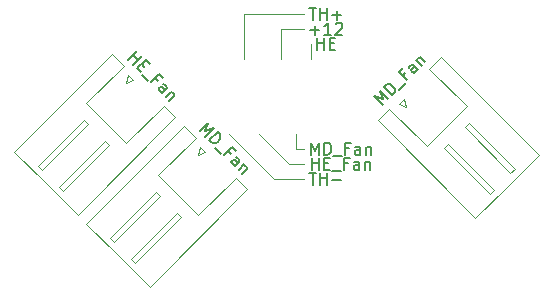
<source format=gbr>
G04 #@! TF.GenerationSoftware,KiCad,Pcbnew,(5.1.6)-1*
G04 #@! TF.CreationDate,2020-11-03T23:41:07+03:00*
G04 #@! TF.ProjectId,UlTi_head_connector,556c5469-5f68-4656-9164-5f636f6e6e65,rev?*
G04 #@! TF.SameCoordinates,Original*
G04 #@! TF.FileFunction,Legend,Top*
G04 #@! TF.FilePolarity,Positive*
%FSLAX46Y46*%
G04 Gerber Fmt 4.6, Leading zero omitted, Abs format (unit mm)*
G04 Created by KiCad (PCBNEW (5.1.6)-1) date 2020-11-03 23:41:07*
%MOMM*%
%LPD*%
G01*
G04 APERTURE LIST*
%ADD10C,0.120000*%
%ADD11C,0.150000*%
G04 APERTURE END LIST*
D10*
X123190000Y-63500000D02*
X123190000Y-64770000D01*
X117475000Y-60960000D02*
X117475000Y-64770000D01*
X122555000Y-60960000D02*
X117475000Y-60960000D01*
X120650000Y-62230000D02*
X120650000Y-64770000D01*
X122555000Y-62230000D02*
X120650000Y-62230000D01*
X120015000Y-74930000D02*
X122555000Y-74930000D01*
X116205000Y-71120000D02*
X120015000Y-74930000D01*
X121285000Y-73660000D02*
X118745000Y-71120000D01*
X122555000Y-73660000D02*
X121285000Y-73660000D01*
X121920000Y-72390000D02*
X121920000Y-71120000D01*
X122555000Y-72390000D02*
X121920000Y-72390000D01*
X114219056Y-72641208D02*
X113582660Y-72853340D01*
X113794792Y-72216944D02*
X114219056Y-72641208D01*
X113582660Y-72853340D02*
X113794792Y-72216944D01*
X112203802Y-78121285D02*
X111850249Y-77767732D01*
X108314715Y-82010373D02*
X112203802Y-78121285D01*
X107961161Y-81656819D02*
X108314715Y-82010373D01*
X111850249Y-77767732D02*
X107961161Y-81656819D01*
X110436035Y-76353518D02*
X110082482Y-75999965D01*
X106546948Y-80242606D02*
X110436035Y-76353518D01*
X106193394Y-79889052D02*
X106546948Y-80242606D01*
X110082482Y-75999965D02*
X106193394Y-79889052D01*
X113618016Y-77965722D02*
X111928030Y-76275737D01*
X116799996Y-74783741D02*
X113618016Y-77965722D01*
X117804088Y-75787833D02*
X116799996Y-74783741D01*
X109516796Y-84075124D02*
X117804088Y-75787833D01*
X106822719Y-81381048D02*
X109516796Y-84075124D01*
X110238045Y-74585751D02*
X111928030Y-76275737D01*
X113420026Y-71403771D02*
X110238045Y-74585751D01*
X112415934Y-70399679D02*
X113420026Y-71403771D01*
X104128643Y-78686971D02*
X112415934Y-70399679D01*
X106822719Y-81381048D02*
X104128643Y-78686971D01*
X131061208Y-68152944D02*
X131273340Y-68789340D01*
X130636944Y-68577208D02*
X131061208Y-68152944D01*
X131273340Y-68789340D02*
X130636944Y-68577208D01*
X136541285Y-70168198D02*
X136187732Y-70521751D01*
X140430373Y-74057285D02*
X136541285Y-70168198D01*
X140076819Y-74410839D02*
X140430373Y-74057285D01*
X136187732Y-70521751D02*
X140076819Y-74410839D01*
X134773518Y-71935965D02*
X134419965Y-72289518D01*
X138662606Y-75825052D02*
X134773518Y-71935965D01*
X138309052Y-76178606D02*
X138662606Y-75825052D01*
X134419965Y-72289518D02*
X138309052Y-76178606D01*
X136385722Y-68753984D02*
X134695737Y-70443970D01*
X133203741Y-65572004D02*
X136385722Y-68753984D01*
X134207833Y-64567912D02*
X133203741Y-65572004D01*
X142495124Y-72855204D02*
X134207833Y-64567912D01*
X139801048Y-75549281D02*
X142495124Y-72855204D01*
X133005751Y-72133955D02*
X134695737Y-70443970D01*
X129823771Y-68951974D02*
X133005751Y-72133955D01*
X128819679Y-69956066D02*
X129823771Y-68951974D01*
X137106971Y-78243357D02*
X128819679Y-69956066D01*
X139801048Y-75549281D02*
X137106971Y-78243357D01*
X108123056Y-66545208D02*
X107486660Y-66757340D01*
X107698792Y-66120944D02*
X108123056Y-66545208D01*
X107486660Y-66757340D02*
X107698792Y-66120944D01*
X106107802Y-72025285D02*
X105754249Y-71671732D01*
X102218715Y-75914373D02*
X106107802Y-72025285D01*
X101865161Y-75560819D02*
X102218715Y-75914373D01*
X105754249Y-71671732D02*
X101865161Y-75560819D01*
X104340035Y-70257518D02*
X103986482Y-69903965D01*
X100450948Y-74146606D02*
X104340035Y-70257518D01*
X100097394Y-73793052D02*
X100450948Y-74146606D01*
X103986482Y-69903965D02*
X100097394Y-73793052D01*
X107522016Y-71869722D02*
X105832030Y-70179737D01*
X110703996Y-68687741D02*
X107522016Y-71869722D01*
X111708088Y-69691833D02*
X110703996Y-68687741D01*
X103420796Y-77979124D02*
X111708088Y-69691833D01*
X100726719Y-75285048D02*
X103420796Y-77979124D01*
X104142045Y-68489751D02*
X105832030Y-70179737D01*
X107324026Y-65307771D02*
X104142045Y-68489751D01*
X106319934Y-64303679D02*
X107324026Y-65307771D01*
X98032643Y-72590971D02*
X106319934Y-64303679D01*
X100726719Y-75285048D02*
X98032643Y-72590971D01*
D11*
X123721904Y-63952380D02*
X123721904Y-62952380D01*
X123721904Y-63428571D02*
X124293333Y-63428571D01*
X124293333Y-63952380D02*
X124293333Y-62952380D01*
X124769523Y-63428571D02*
X125102857Y-63428571D01*
X125245714Y-63952380D02*
X124769523Y-63952380D01*
X124769523Y-62952380D01*
X125245714Y-62952380D01*
X123126666Y-62301428D02*
X123888571Y-62301428D01*
X123507619Y-62682380D02*
X123507619Y-61920476D01*
X124888571Y-62682380D02*
X124317142Y-62682380D01*
X124602857Y-62682380D02*
X124602857Y-61682380D01*
X124507619Y-61825238D01*
X124412380Y-61920476D01*
X124317142Y-61968095D01*
X125269523Y-61777619D02*
X125317142Y-61730000D01*
X125412380Y-61682380D01*
X125650476Y-61682380D01*
X125745714Y-61730000D01*
X125793333Y-61777619D01*
X125840952Y-61872857D01*
X125840952Y-61968095D01*
X125793333Y-62110952D01*
X125221904Y-62682380D01*
X125840952Y-62682380D01*
X113759436Y-70841452D02*
X114466543Y-70134346D01*
X114197169Y-70875124D01*
X114937947Y-70605750D01*
X114230841Y-71312857D01*
X114567558Y-71649574D02*
X115274665Y-70942468D01*
X115443024Y-71110826D01*
X115510367Y-71245513D01*
X115510367Y-71380200D01*
X115476695Y-71481216D01*
X115375680Y-71649574D01*
X115274665Y-71750590D01*
X115106306Y-71851605D01*
X115005291Y-71885277D01*
X114870604Y-71885277D01*
X114735917Y-71817933D01*
X114567558Y-71649574D01*
X115038963Y-72255666D02*
X115577711Y-72794414D01*
X116419505Y-72760742D02*
X116183802Y-72525040D01*
X115813413Y-72895429D02*
X116520520Y-72188322D01*
X116857237Y-72525040D01*
X116722550Y-73804567D02*
X117092940Y-73434177D01*
X117126611Y-73333162D01*
X117092940Y-73232147D01*
X116958253Y-73097460D01*
X116857237Y-73063788D01*
X116756222Y-73770895D02*
X116655207Y-73737223D01*
X116486848Y-73568864D01*
X116453176Y-73467849D01*
X116486848Y-73366834D01*
X116554192Y-73299490D01*
X116655207Y-73265819D01*
X116756222Y-73299490D01*
X116924581Y-73467849D01*
X117025596Y-73501521D01*
X117530672Y-73669880D02*
X117059268Y-74141284D01*
X117463329Y-73737223D02*
X117530672Y-73737223D01*
X117631688Y-73770895D01*
X117732703Y-73871910D01*
X117766375Y-73972925D01*
X117732703Y-74073941D01*
X117362314Y-74444330D01*
X129261452Y-68612563D02*
X128554346Y-67905456D01*
X129295124Y-68174830D01*
X129025750Y-67434052D01*
X129732857Y-68141158D01*
X130069574Y-67804441D02*
X129362468Y-67097334D01*
X129530826Y-66928975D01*
X129665513Y-66861632D01*
X129800200Y-66861632D01*
X129901216Y-66895304D01*
X130069574Y-66996319D01*
X130170590Y-67097334D01*
X130271605Y-67265693D01*
X130305277Y-67366708D01*
X130305277Y-67501395D01*
X130237933Y-67636082D01*
X130069574Y-67804441D01*
X130675666Y-67333036D02*
X131214414Y-66794288D01*
X131180742Y-65952494D02*
X130945040Y-66188197D01*
X131315429Y-66558586D02*
X130608322Y-65851479D01*
X130945040Y-65514762D01*
X132224567Y-65649449D02*
X131854177Y-65279059D01*
X131753162Y-65245388D01*
X131652147Y-65279059D01*
X131517460Y-65413746D01*
X131483788Y-65514762D01*
X132190895Y-65615777D02*
X132157223Y-65716792D01*
X131988864Y-65885151D01*
X131887849Y-65918823D01*
X131786834Y-65885151D01*
X131719490Y-65817807D01*
X131685819Y-65716792D01*
X131719490Y-65615777D01*
X131887849Y-65447418D01*
X131921521Y-65346403D01*
X132089880Y-64841327D02*
X132561284Y-65312731D01*
X132157223Y-64908670D02*
X132157223Y-64841327D01*
X132190895Y-64740311D01*
X132291910Y-64639296D01*
X132392925Y-64605624D01*
X132493941Y-64639296D01*
X132864330Y-65009685D01*
X107730780Y-64812796D02*
X108437886Y-64105689D01*
X108101169Y-64442407D02*
X108505230Y-64846468D01*
X108134841Y-65216857D02*
X108841947Y-64509750D01*
X108841947Y-65183185D02*
X109077650Y-65418887D01*
X108808276Y-65890292D02*
X108471558Y-65553574D01*
X109178665Y-64846468D01*
X109515382Y-65183185D01*
X108875619Y-66092322D02*
X109414367Y-66631071D01*
X110256161Y-66597399D02*
X110020459Y-66361697D01*
X109650069Y-66732086D02*
X110357176Y-66024979D01*
X110693894Y-66361697D01*
X110559207Y-67641223D02*
X110929596Y-67270834D01*
X110963268Y-67169819D01*
X110929596Y-67068803D01*
X110794909Y-66934116D01*
X110693894Y-66900445D01*
X110592879Y-67607551D02*
X110491863Y-67573880D01*
X110323505Y-67405521D01*
X110289833Y-67304506D01*
X110323505Y-67203490D01*
X110390848Y-67136147D01*
X110491863Y-67102475D01*
X110592879Y-67136147D01*
X110761237Y-67304506D01*
X110862253Y-67338177D01*
X111367329Y-67506536D02*
X110895924Y-67977941D01*
X111299985Y-67573880D02*
X111367329Y-67573880D01*
X111468344Y-67607551D01*
X111569359Y-67708567D01*
X111603031Y-67809582D01*
X111569359Y-67910597D01*
X111198970Y-68280986D01*
X123031428Y-74382380D02*
X123602857Y-74382380D01*
X123317142Y-75382380D02*
X123317142Y-74382380D01*
X123936190Y-75382380D02*
X123936190Y-74382380D01*
X123936190Y-74858571D02*
X124507619Y-74858571D01*
X124507619Y-75382380D02*
X124507619Y-74382380D01*
X124983809Y-75001428D02*
X125745714Y-75001428D01*
X123031428Y-60412380D02*
X123602857Y-60412380D01*
X123317142Y-61412380D02*
X123317142Y-60412380D01*
X123936190Y-61412380D02*
X123936190Y-60412380D01*
X123936190Y-60888571D02*
X124507619Y-60888571D01*
X124507619Y-61412380D02*
X124507619Y-60412380D01*
X124983809Y-61031428D02*
X125745714Y-61031428D01*
X125364761Y-61412380D02*
X125364761Y-60650476D01*
X123182380Y-72842380D02*
X123182380Y-71842380D01*
X123515714Y-72556666D01*
X123849047Y-71842380D01*
X123849047Y-72842380D01*
X124325238Y-72842380D02*
X124325238Y-71842380D01*
X124563333Y-71842380D01*
X124706190Y-71890000D01*
X124801428Y-71985238D01*
X124849047Y-72080476D01*
X124896666Y-72270952D01*
X124896666Y-72413809D01*
X124849047Y-72604285D01*
X124801428Y-72699523D01*
X124706190Y-72794761D01*
X124563333Y-72842380D01*
X124325238Y-72842380D01*
X125087142Y-72937619D02*
X125849047Y-72937619D01*
X126420476Y-72318571D02*
X126087142Y-72318571D01*
X126087142Y-72842380D02*
X126087142Y-71842380D01*
X126563333Y-71842380D01*
X127372857Y-72842380D02*
X127372857Y-72318571D01*
X127325238Y-72223333D01*
X127230000Y-72175714D01*
X127039523Y-72175714D01*
X126944285Y-72223333D01*
X127372857Y-72794761D02*
X127277619Y-72842380D01*
X127039523Y-72842380D01*
X126944285Y-72794761D01*
X126896666Y-72699523D01*
X126896666Y-72604285D01*
X126944285Y-72509047D01*
X127039523Y-72461428D01*
X127277619Y-72461428D01*
X127372857Y-72413809D01*
X127849047Y-72175714D02*
X127849047Y-72842380D01*
X127849047Y-72270952D02*
X127896666Y-72223333D01*
X127991904Y-72175714D01*
X128134761Y-72175714D01*
X128230000Y-72223333D01*
X128277619Y-72318571D01*
X128277619Y-72842380D01*
X123277619Y-74112380D02*
X123277619Y-73112380D01*
X123277619Y-73588571D02*
X123849047Y-73588571D01*
X123849047Y-74112380D02*
X123849047Y-73112380D01*
X124325238Y-73588571D02*
X124658571Y-73588571D01*
X124801428Y-74112380D02*
X124325238Y-74112380D01*
X124325238Y-73112380D01*
X124801428Y-73112380D01*
X124991904Y-74207619D02*
X125753809Y-74207619D01*
X126325238Y-73588571D02*
X125991904Y-73588571D01*
X125991904Y-74112380D02*
X125991904Y-73112380D01*
X126468095Y-73112380D01*
X127277619Y-74112380D02*
X127277619Y-73588571D01*
X127230000Y-73493333D01*
X127134761Y-73445714D01*
X126944285Y-73445714D01*
X126849047Y-73493333D01*
X127277619Y-74064761D02*
X127182380Y-74112380D01*
X126944285Y-74112380D01*
X126849047Y-74064761D01*
X126801428Y-73969523D01*
X126801428Y-73874285D01*
X126849047Y-73779047D01*
X126944285Y-73731428D01*
X127182380Y-73731428D01*
X127277619Y-73683809D01*
X127753809Y-73445714D02*
X127753809Y-74112380D01*
X127753809Y-73540952D02*
X127801428Y-73493333D01*
X127896666Y-73445714D01*
X128039523Y-73445714D01*
X128134761Y-73493333D01*
X128182380Y-73588571D01*
X128182380Y-74112380D01*
M02*

</source>
